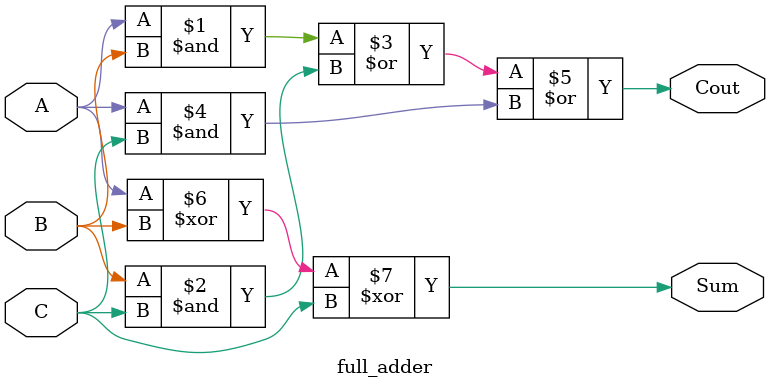
<source format=v>
module full_adder(
    input A,B,C,
    output Cout,Sum
);

assign Cout = (A&B)|(B&C)|(A&C);
assign Sum = A^B^C;

endmodule 

</source>
